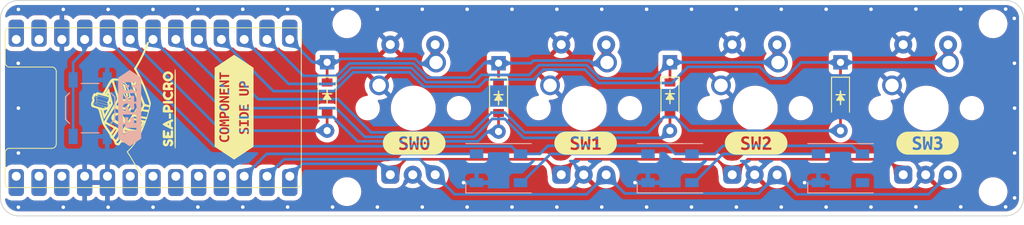
<source format=kicad_pcb>
(kicad_pcb (version 20211014) (generator pcbnew)
  (layers (0 "F.Cu" signal) (31 "B.Cu" signal) (34 "B.Paste" user) (35 "F.Paste" user) (36 "B.SilkS" user "B.Silkscreen") (37 "F.SilkS" user "F.Silkscreen") (38 "B.Mask" user) (39 "F.Mask" user) (44 "Edge.Cuts" user))
  (net 0 "")
  (net 1 "/SW_0_DIODE")
  (net 2 "/SW_1_DIODE")
  (net 3 "/SW_2_DIODE")
  (net 4 "/SW_3")
  (net 5 "+3V3")
  (net 6 "Net-(D4-Pad2)")
  (net 7 "GND")
  (net 8 "/LED")
  (net 9 "Net-(D5-Pad2)")
  (net 11 "Net-(SW1-Pad1)")
  (net 12 "/ENC_A")
  (net 13 "/ENC_B")
  (net 14 "/SW_0")
  (net 15 "/SW_1")
  (net 16 "/SW_2")
  (net 17 "/SW_3_DIODE")
  (footprint "intro-footprints:dual_diode" (layer "F.Cu") (at 138.5 74.99 -90)
    (fp_text reference "D2" hide)
    (fp_text value "1N4148")
  )
  (footprint "intro-footprints:MX_KEYSWITCH_ENCODER" (layer "F.Cu") (at 167.04 80.02)
    (fp_text reference "SW4" hide)
    (fp_text value "RotaryEncoder_Switch")
  )
  (footprint "intro-footprints:MX_KEYSWITCH_ENCODER" (layer "F.Cu") (at 128.94 80.02)
    (fp_text reference "SW2" hide)
    (fp_text value "RotaryEncoder_Switch")
  )
  (footprint "intro-footprints:MX_KEYSWITCH_ENCODER" (layer "F.Cu") (at 147.99 80.02)
    (fp_text reference "SW3" hide)
    (fp_text value "RotaryEncoder_Switch")
  )
  (footprint "MountingHole:MountingHole_2.2mm_M2_DIN965" (layer "F.Cu") (at 121.6 70.6)
    (fp_text reference "H1" hide)
    (fp_text value "M2")
  )
  (footprint "kibuzzard-62DE70E0" (layer "F.Cu") (at 148.2 83.9)
    (fp_text reference "kibuzzard-62DE70E0" hide)
    (fp_text value "G***" hide)
  )
  (footprint "MountingHole:MountingHole_2.2mm_M2_DIN965" (layer "F.Cu") (at 121.6 89.3)
    (fp_text reference "H3" hide)
    (fp_text value "M2")
  )
  (footprint "sea-picro:Sea-Picro_RST_Module_Castellated" (layer "F.Cu") (at 100 80 90)
    (fp_text reference "U1" hide)
    (fp_text value "Sea-Picro-RST")
  )
  (footprint "kibuzzard-62DE7100" (layer "F.Cu") (at 186.3 83.9)
    (fp_text reference "kibuzzard-62DE7100" hide)
    (fp_text value "G***" hide)
  )
  (footprint "kibuzzard-62DE70D8" (layer "F.Cu") (at 129.1 83.9)
    (fp_text reference "kibuzzard-62DE70D8" hide)
    (fp_text value "G***" hide)
  )
  (footprint "intro-footprints:dual_diode" (layer "F.Cu") (at 157.6 74.89 -90)
    (fp_text reference "D3" hide)
    (fp_text value "1N4148")
  )
  (footprint "MountingHole:MountingHole_2.2mm_M2_DIN965" (layer "F.Cu") (at 193.6 89.3)
    (fp_text reference "H2" hide)
    (fp_text value "M2")
  )
  (footprint "kibuzzard-62DE70F4" (layer "F.Cu") (at 167.2 83.9)
    (fp_text reference "kibuzzard-62DE70F4" hide)
    (fp_text value "G***" hide)
  )
  (footprint "intro-footprints:dual_diode" (layer "F.Cu") (at 119.4 74.89 -90)
    (fp_text reference "D1" hide)
    (fp_text value "1N4148")
  )
  (footprint "MountingHole:MountingHole_2.2mm_M2_DIN965" (layer "F.Cu") (at 193.6 70.6)
    (fp_text reference "H4" hide)
    (fp_text value "M2")
  )
  (footprint "intro-footprints:MX_KEYSWITCH_ENCODER" (layer "F.Cu") (at 186.09 80.02)
    (fp_text reference "SW5" hide)
    (fp_text value "RotaryEncoder_Switch")
  )
  (footprint "intro-footprints:dual_diode" (layer "F.Cu") (at 176.6 74.9 -90)
    (fp_text reference "D7" hide)
    (fp_text value "1N4148")
  )
  (footprint "Button_Switch_SMD:SW_SPST_TL3342" (layer "B.Cu") (at 93 80 -90)
    (fp_text reference "SW1" hide)
    (fp_text value "RST")
  )
  (footprint "kibuzzard-62DD1F9A" (layer "B.Cu") (at 97.4 80 -90)
    (fp_text reference "kibuzzard-62DD1F9A" hide)
    (fp_text value "G***" hide)
  )
  (footprint "intro-footprints:LED_WS2812B_PLCC4_5.0x5.0mm_P3.2mm" (layer "B.Cu") (at 176.6 86.7 180)
    (fp_text reference "D6" hide)
    (fp_text value "WS2812B")
  )
  (footprint "intro-footprints:LED_WS2812B_PLCC4_5.0x5.0mm_P3.2mm" (layer "B.Cu") (at 138.5 86.7 180)
    (fp_text reference "D4" hide)
    (fp_text value "WS2812B")
  )
  (footprint "intro-footprints:LED_WS2812B_PLCC4_5.0x5.0mm_P3.2mm" (layer "B.Cu") (at 157.6 86.7 180)
    (fp_text reference "D5" hide)
    (fp_text value "WS2812B")
  )
  (gr_line (start 119.2 78.7) (end 119.5 78.7) (layer "F.SilkS") (width 0.15))
  (gr_line (start 157.3 78.9) (end 157.9 78.9) (layer "F.SilkS") (width 0.15))
  (gr_line (start 157.4 78.8) (end 157.8 78.8) (layer "F.SilkS") (width 0.15))
  (gr_line (start 138 78.5) (end 139 78.5) (layer "F.SilkS") (width 0.15))
  (gr_line (start 157.1 78.4) (end 158.1 78.4) (layer "F.SilkS") (width 0.15))
  (gr_line (start 176.6 78.5) (end 176.2 79.1) (layer "F.SilkS") (width 0.15))
  (gr_line (start 138.2 79) (end 138.8 79) (layer "F.SilkS") (width 0.15))
  (gr_line (start 176.1 78.5) (end 177.1 78.5) (layer "F.SilkS") (width 0.15))
  (gr_line (start 138.5 78.5) (end 138.1 79.1) (layer "F.SilkS") (width 0.15))
  (gr_line (start 158 79) (end 157.6 78.4) (layer "F.SilkS") (width 0.15))
  (gr_line (start 177 79.1) (end 176.6 78.5) (layer "F.SilkS") (width 0.15))
  (gr_line (start 138.3 78.9) (end 138.7 78.9) (layer "F.SilkS") (width 0.15))
  (gr_line (start 138.1 79.1) (end 138.9 79.1) (layer "F.SilkS") (width 0.15))
  (gr_line (start 138.9 79.1) (end 138.5 78.5) (layer "F.SilkS") (width 0.15))
  (gr_line (start 119.2 78.8) (end 119.6 78.8) (layer "F.SilkS") (width 0.15))
  (gr_line (start 138.5 78.1) (end 138.5 79.6) (layer "F.SilkS") (width 0.15))
  (gr_line (start 176.3 79) (end 176.9 79) (layer "F.SilkS") (width 0.15))
  (gr_line (start 176.4 78.8) (end 176.7 78.8) (layer "F.SilkS") (width 0.15))
  (gr_line (start 176.2 79.1) (end 177 79.1) (layer "F.SilkS") (width 0.15))
  (gr_line (start 176.4 78.9) (end 176.8 78.9) (layer "F.SilkS") (width 0.15))
  (gr_line (start 157.2 79) (end 158 79) (layer "F.SilkS") (width 0.15))
  (gr_line (start 176.6 78.1) (end 176.6 79.6) (layer "F.SilkS") (width 0.15))
  (gr_line (start 157.4 78.7) (end 157.7 78.7) (layer "F.SilkS") (width 0.15))
  (gr_line (start 119 79) (end 119.8 79) (layer "F.SilkS") (width 0.15))
  (gr_line (start 119.4 78) (end 119.4 79.5) (layer "F.SilkS") (width 0.15))
  (gr_line (start 119.4 78.4) (end 119 79) (layer "F.SilkS") (width 0.15))
  (gr_line (start 118.9 78.4) (end 119.9 78.4) (layer "F.SilkS") (width 0.15))
  (gr_line (start 138.3 78.8) (end 138.6 78.8) (layer "F.SilkS") (width 0.15))
  (gr_line (start 119.1 78.9) (end 119.7 78.9) (layer "F.SilkS") (width 0.15))
  (gr_line (start 119.8 79) (end 119.4 78.4) (layer "F.SilkS") (width 0.15))
  (gr_line (start 157.6 78.4) (end 157.2 79) (layer "F.SilkS") (width 0.15))
  (gr_line (start 157.6 78) (end 157.6 79.5) (layer "F.SilkS") (width 0.15))
  (gr_line (start 197 70) (end 197 90) (layer "Edge.Cuts") (width 0.1))
  (gr_line (start 85 68) (end 195 68) (layer "Edge.Cuts") (width 0.1))
  (gr_line (start 195 92) (end 85 92) (layer "Edge.Cuts") (width 0.1))
  (gr_arc (start 83 70) (mid 83.585786 68.585786) (end 85 68) (layer "Edge.Cuts") (width 0.1))
  (gr_line (start 83 90) (end 83 70) (layer "Edge.Cuts") (width 0.1))
  (gr_arc (start 197 90) (mid 196.414214 91.414214) (end 195 92) (layer "Edge.Cuts") (width 0.1))
  (gr_arc (start 195 68) (mid 196.414214 68.585786) (end 197 70) (layer "Edge.Cuts") (width 0.1))
  (gr_arc (start 85 92) (mid 83.585786 91.414214) (end 83 90) (layer "Edge.Cuts") (width 0.1))
  (segment (start 119.4 82.51) (end 107.62049 82.51) (width 0.3) (layer "B.Cu") (net 1))
  (segment (start 107.62049 82.51) (end 97.46 72.34951) (width 0.3) (layer "B.Cu") (net 1))
  (segment (start 100 72.34951) (end 108.65049 81) (width 0.3) (layer "B.Cu") (net 2))
  (segment (start 108.65049 81) (end 120.1 81) (width 0.3) (layer "B.Cu") (net 2))
  (segment (start 120.1 81) (end 122.8 83.7) (width 0.3) (layer "B.Cu") (net 2))
  (segment (start 122.8 83.7) (end 136.2 83.7) (width 0.3) (layer "B.Cu") (net 2))
  (segment (start 136.2 83.7) (end 137.29 82.61) (width 0.3) (layer "B.Cu") (net 2))
  (segment (start 137.29 82.61) (end 138.5 82.61) (width 0.3) (layer "B.Cu") (net 2))
  (segment (start 120.4 80) (end 110.19049 80) (width 0.3) (layer "B.Cu") (net 3))
  (segment (start 137.8 81.2) (end 135.799501 83.200499) (width 0.3) (layer "B.Cu") (net 3))
  (segment (start 157.6 82.51) (end 156.800001 83.309999) (width 0.3) (layer "B.Cu") (net 3))
  (segment (start 123.600499 83.200499) (end 120.4 80) (width 0.3) (layer "B.Cu") (net 3))
  (segment (start 141.303598 83.309999) (end 139.193598 81.2) (width 0.3) (layer "B.Cu") (net 3))
  (segment (start 135.799501 83.200499) (end 123.600499 83.200499) (width 0.3) (layer "B.Cu") (net 3))
  (segment (start 156.800001 83.309999) (end 141.303598 83.309999) (width 0.3) (layer "B.Cu") (net 3))
  (segment (start 110.19049 80) (end 102.54 72.34951) (width 0.3) (layer "B.Cu") (net 3))
  (segment (start 139.193598 81.2) (end 137.8 81.2) (width 0.3) (layer "B.Cu") (net 3))
  (segment (start 188.59 74.82) (end 188.69 74.92) (width 0.3) (layer "F.Cu") (net 4))
  (segment (start 188.67 74.9) (end 188.69 74.92) (width 0.3) (layer "F.Cu") (net 4))
  (segment (start 188.59 72.92) (end 188.59 74.82) (width 0.3) (layer "F.Cu") (net 4))
  (segment (start 143.5 75.7) (end 148.1 75.7) (width 0.3) (layer "B.Cu") (net 4))
  (segment (start 149.599502 77.199501) (end 157.800499 77.199501) (width 0.3) (layer "B.Cu") (net 4))
  (segment (start 136.3 77.6) (end 137.1 76.8) (width 0.3) (layer "B.Cu") (net 4))
  (segment (start 120.212804 78.1) (end 122.302804 76.01) (width 0.3) (layer "B.Cu") (net 4))
  (segment (start 157.800499 77.199501) (end 159.6 75.4) (width 0.3) (layer "B.Cu") (net 4))
  (segment (start 107.62 72.34951) (end 107.64951 72.34951) (width 0.3) (layer "B.Cu") (net 4))
  (segment (start 176.6 74.9) (end 188.67 74.9) (width 0.3) (layer "B.Cu") (net 4))
  (segment (start 168.9 76.7) (end 170.4 76.7) (width 0.3) (layer "B.Cu") (net 4))
  (segment (start 137.1 76.8) (end 142.4 76.8) (width 0.3) (layer "B.Cu") (net 4))
  (segment (start 130.179798 77.599002) (end 130.699002 77.599002) (width 0.3) (layer "B.Cu") (net 4))
  (segment (start 130.7 77.6) (end 136.3 77.6) (width 0.3) (layer "B.Cu") (net 4))
  (segment (start 167.6 75.4) (end 168.9 76.7) (width 0.3) (layer "B.Cu") (net 4))
  (segment (start 122.302804 76.01) (end 128.590796 76.01) (width 0.3) (layer "B.Cu") (net 4))
  (segment (start 130.699002 77.599002) (end 130.7 77.6) (width 0.3) (layer "B.Cu") (net 4))
  (segment (start 128.590796 76.01) (end 130.179798 77.599002) (width 0.3) (layer "B.Cu") (net 4))
  (segment (start 107.64951 72.34951) (end 113.4 78.1) (width 0.3) (layer "B.Cu") (net 4))
  (segment (start 172.2 74.9) (end 176.6 74.9) (width 0.3) (layer "B.Cu") (net 4))
  (segment (start 113.4 78.1) (end 120.212804 78.1) (width 0.3) (layer "B.Cu") (net 4))
  (segment (start 159.6 75.4) (end 167.6 75.4) (width 0.3) (layer "B.Cu") (net 4))
  (segment (start 188.67 74.9) (end 188.69 74.92) (width 0.3) (layer "B.Cu") (net 4))
  (segment (start 170.4 76.7) (end 172.2 74.9) (width 0.3) (layer "B.Cu") (net 4))
  (segment (start 148.1 75.7) (end 149.599502 77.199501) (width 0.3) (layer "B.Cu") (net 4))
  (segment (start 142.4 76.8) (end 143.5 75.7) (width 0.3) (layer "B.Cu") (net 4))
  (segment (start 139.925 84.25) (end 140.775 85.1) (width 0.3) (layer "B.Cu") (net 5))
  (segment (start 163.5 84.2) (end 177.9 84.2) (width 0.3) (layer "B.Cu") (net 5))
  (segment (start 160.05 85.1) (end 162.6 85.1) (width 0.3) (layer "B.Cu") (net 5))
  (segment (start 144 84.2) (end 157.3 84.2) (width 0.3) (layer "B.Cu") (net 5))
  (segment (start 140.95 85.1) (end 143.1 85.1) (width 0.3) (layer "B.Cu") (net 5))
  (segment (start 140.775 85.1) (end 140.95 85.1) (width 0.3) (layer "B.Cu") (net 5))
  (segment (start 158.2 85.1) (end 160.05 85.1) (width 0.3) (layer "B.Cu") (net 5))
  (segment (start 94.92 72.34951) (end 106.82049 84.25) (width 0.3) (layer "B.Cu") (net 5))
  (segment (start 143.1 85.1) (end 144 84.2) (width 0.3) (layer "B.Cu") (net 5))
  (segment (start 162.6 85.1) (end 163.5 84.2) (width 0.3) (layer "B.Cu") (net 5))
  (segment (start 106.82049 84.25) (end 139.925 84.25) (width 0.3) (layer "B.Cu") (net 5))
  (segment (start 157.3 84.2) (end 158.2 85.1) (width 0.3) (layer "B.Cu") (net 5))
  (segment (start 178.8 85.1) (end 179.05 85.1) (width 0.3) (layer "B.Cu") (net 5))
  (segment (start 177.9 84.2) (end 178.8 85.1) (width 0.3) (layer "B.Cu") (net 5))
  (segment (start 144.3 85.1) (end 155.15 85.1) (width 0.3) (layer "B.Cu") (net 6))
  (segment (start 141.1 88.3) (end 144.3 85.1) (width 0.3) (layer "B.Cu") (net 6))
  (segment (start 140.95 88.3) (end 141.1 88.3) (width 0.3) (layer "B.Cu") (net 6))
  (via (at 175 91.018877) (size 0.8) (drill 0.4) (layers "F.Cu" "B.Cu") (net 7))
  (via (at 120 68.981123) (size 0.8) (drill 0.4) (layers "F.Cu" "B.Cu") (net 7))
  (via (at 155 68.981123) (size 0.8) (drill 0.4) (layers "F.Cu" "B.Cu") (net 7))
  (via (at 115 91.018877) (size 0.8) (drill 0.4) (layers "F.Cu" "B.Cu") (net 7))
  (via (at 165 68.981123) (size 0.8) (drill 0.4) (layers "F.Cu" "B.Cu") (net 7))
  (via (at 145 68.981123) (size 0.8) (drill 0.4) (layers "F.Cu" "B.Cu") (net 7))
  (via (at 85 85) (size 0.8) (drill 0.4) (layers "F.Cu" "B.Cu") (net 7))
  (via (at 100 91.037754) (size 0.8) (drill 0.4) (layers "F.Cu" "B.Cu") (net 7))
  (via (at 134.6 88.3) (size 0.8) (drill 0.4) (layers "F.Cu" "B.Cu") (net 7))
  (via (at 190 91) (size 0.8) (drill 0.4) (layers "F.Cu" "B.Cu") (net 7))
  (via (at 150 68.981123) (size 0.8) (drill 0.4) (layers "F.Cu" "B.Cu") (net 7))
  (via (at 85 69) (size 0.8) (drill 0.4) (layers "F.Cu" "B.Cu") (net 7))
  (via (at 195.962246 70) (size 0.8) (drill 0.4) (layers "F.Cu" "B.Cu") (net 7))
  (via (at 85 80) (size 0.8) (drill 0.4) (layers "F.Cu" "B.Cu") (net 7))
  (via (at 85 91.037754) (size 0.8) (drill 0.4) (layers "F.Cu" "B.Cu") (net 7))
  (via (at 95 69) (size 0.8) (drill 0.4) (layers "F.Cu" "B.Cu") (net 7))
  (via (at 95 91.037754) (size 0.8) (drill 0.4) (layers "F.Cu" "B.Cu") (net 7))
  (via (at 140 68.981123) (size 0.8) (drill 0.4) (layers "F.Cu" "B.Cu") (net 7))
  (via (at 195 68.962246) (size 0.8) (drill 0.4) (layers "F.Cu" "B.Cu") (net 7))
  (via (at 175 68.981123) (size 0.8) (drill 0.4) (layers "F.Cu" "B.Cu") (net 7))
  (via (at 150 91.018877) (size 0.8) (drill 0.4) (layers "F.Cu" "B.Cu") (net 7))
  (via (at 195.981123 75) (size 0.8) (drill 0.4) (layers "F.Cu" "B.Cu") (net 7))
  (via (at 115 68.981123) (size 0.8) (drill 0.4) (layers "F.Cu" "B.Cu") (net 7))
  (via (at 135 91.018877) (size 0.8) (drill 0.4) (layers "F.Cu" "B.Cu") (net 7))
  (via (at 90 91.037754) (size 0.8) (drill 0.4) (layers "F.Cu" "B.Cu") (net 7))
  (via (at 110 68.981123) (size 0.8) (drill 0.4) (layers "F.Cu" "B.Cu") (net 7))
  (via (at 105 91.018877) (size 0.8) (drill 0.4) (layers "F.Cu" "B.Cu") (net 7))
  (via (at 125 91.018877) (size 0.8) (drill 0.4) (layers "F.Cu" "B.Cu") (net 7))
  (via (at 130 68.981123) (size 0.8) (drill 0.4) (layers "F.Cu" "B.Cu") (net 7))
  (via (at 172.6 88.3) (size 0.8) (drill 0.4) (layers "F.Cu" "B.Cu") (net 7))
  (via (at 185 91) (size 0.8) (drill 0.4) (layers "F.Cu" "B.Cu") (net 7))
  (via (at 110 91.018877) (size 0.8) (drill 0.4) (layers "F.Cu" "B.Cu") (net 7))
  (via (at 180 91.018877) (size 0.8) (drill 0.4) (layers "F.Cu" "B.Cu") (net 7))
  (via (at 170 91.018877) (size 0.8) (drill 0.4) (layers "F.Cu" "B.Cu") (net 7))
  (via (at 125 68.981123) (size 0.8) (drill 0.4) (layers "F.Cu" "B.Cu") (net 7))
  (via (at 160 91.018877) (size 0.8) (drill 0.4) (layers "F.Cu" "B.Cu") (net 7))
  (via (at 105 68.981123) (size 0.8) (drill 0.4) (layers "F.Cu" "B.Cu") (net 7))
  (via (at 190 68.962246) (size 0.8) (drill 0.4) (layers "F.Cu" "B.Cu") (net 7))
  (via (at 153.7 88.3) (size 0.8) (drill 0.4) (layers "F.Cu" "B.Cu") (net 7))
  (via (at 145 91.018877) (size 0.8) (drill 0.4) (layers "F.Cu" "B.Cu") (net 7))
  (via (at 100 69) (size 0.8) (drill 0.4) (layers "F.Cu" "B.Cu") (net 7))
  (via (at 196 90) (size 0.8) (drill 0.4) (layers "F.Cu" "B.Cu") (net 7))
  (via (at 84.981123 75) (size 0.8) (drill 0.4) (layers "F.Cu" "B.Cu") (net 7))
  (via (at 120 91.018877) (size 0.8) (drill 0.4) (layers "F.Cu" "B.Cu") (net 7))
  (via (at 140 91.018877) (size 0.8) (drill 0.4) (layers "F.Cu" "B.Cu") (net 7))
  (via (at 155 91.018877) (size 0.8) (drill 0.4) (layers "F.Cu" "B.Cu") (net 7))
  (via (at 180 68.981123) (size 0.8) (drill 0.4) (layers "F.Cu" "B.Cu") (net 7))
  (via (at 90 69) (size 0.8) (drill 0.4) (layers "F.Cu" "B.Cu") (net 7))
  (via (at 185 68.962246) (size 0.8) (drill 0.4) (layers "F.Cu" "B.Cu") (net 7))
  (via (at 196 80) (size 0.8) (drill 0.4) (layers "F.Cu" "B.Cu") (net 7))
  (via (at 195 91) (size 0.8) (drill 0.4) (layers "F.Cu" "B.Cu") (net 7))
  (via (at 196 85) (size 0.8) (drill 0.4) (layers "F.Cu" "B.Cu") (net 7))
  (via (at 135 68.981123) (size 0.8) (drill 0.4) (layers "F.Cu" "B.Cu") (net 7))
  (via (at 170 68.981123) (size 0.8) (drill 0.4) (layers "F.Cu" "B.Cu") (net 7))
  (via (at 130 91.018877) (size 0.8) (drill 0.4) (layers "F.Cu" "B.Cu") (net 7))
  (via (at 160 68.981123) (size 0.8) (drill 0.4) (layers "F.Cu" "B.Cu") (net 7))
  (via (at 165 91.018877) (size 0.8) (drill 0.4) (layers "F.Cu" "B.Cu") (net 7))
  (segment (start 155.15 88.3) (end 153.7 88.3) (width 0.3) (layer "B.Cu") (net 7))
  (segment (start 136.05 88.3) (end 134.6 88.3) (width 0.3) (layer "B.Cu") (net 7))
  (segment (start 174.15 88.3) (end 172.6 88.3) (width 0.3) (layer "B.Cu") (net 7))
  (segment (start 112.64951 85.1) (end 110.16 87.58951) (width 0.3) (layer "B.Cu") (net 8))
  (segment (start 136.05 85.1) (end 112.64951 85.1) (width 0.3) (layer "B.Cu") (net 8))
  (segment (start 163.5 85.1) (end 174.15 85.1) (width 0.3) (layer "B.Cu") (net 9))
  (segment (start 160.05 88.3) (end 160.3 88.3) (width 0.3) (layer "B.Cu") (net 9))
  (segment (start 160.3 88.3) (end 163.5 85.1) (width 0.3) (layer "B.Cu") (net 9))
  (segment (start 91.1 74.9) (end 92.38 73.62) (width 0.3) (layer "B.Cu") (net 11))
  (segment (start 91.1 76.85) (end 91.1 74.9) (width 0.3) (layer "B.Cu") (net 11))
  (segment (start 92.38 73.62) (end 92.38 72.34951) (width 0.3) (layer "B.Cu") (net 11))
  (segment (start 91.1 83.15) (end 91.1 76.85) (width 0.3) (layer "B.Cu") (net 11))
  (segment (start 145.49 87.31) (end 147.1 85.7) (width 0.3) (layer "F.Cu") (net 12))
  (segment (start 164.54 87.42) (end 166.26 85.7) (width 0.3) (layer "F.Cu") (net 12))
  (segment (start 166.26 85.7) (end 181.87 85.7) (width 0.3) (layer "F.Cu") (net 12))
  (segment (start 128.16 85.7) (end 143.77 85.7) (width 0.3) (layer "F.Cu") (net 12))
  (segment (start 147.1 85.7) (end 162.82 85.7) (width 0.3) (layer "F.Cu") (net 12))
  (segment (start 143.77 85.7) (end 145.49 87.42) (width 0.3) (layer "F.Cu") (net 12))
  (segment (start 145.49 87.42) (end 145.49 87.31) (width 0.3) (layer "F.Cu") (net 12))
  (segment (start 181.87 85.7) (end 183.59 87.42) (width 0.3) (layer "F.Cu") (net 12))
  (segment (start 162.82 85.7) (end 164.54 87.42) (width 0.3) (layer "F.Cu") (net 12))
  (segment (start 126.44 87.42) (end 128.16 85.7) (width 0.3) (layer "F.Cu") (net 12))
  (segment (start 116.6 86.2) (end 115.24 87.56) (width 0.3) (layer "B.Cu") (net 12))
  (segment (start 115.24 87.56) (end 115.24 87.58951) (width 0.3) (layer "B.Cu") (net 12))
  (segment (start 125.22 86.2) (end 116.6 86.2) (width 0.3) (layer "B.Cu") (net 12))
  (segment (start 126.44 87.42) (end 125.22 86.2) (width 0.3) (layer "B.Cu") (net 12))
  (segment (start 188.59 87.42) (end 186.41 89.6) (width 0.3) (layer "B.Cu") (net 13))
  (segment (start 112.7 87.58951) (end 114.58951 85.7) (width 0.3) (layer "B.Cu") (net 13))
  (segment (start 150.49 87.42) (end 148.31 89.6) (width 0.3) (layer "B.Cu") (net 13))
  (segment (start 114.58951 85.7) (end 129.72 85.7) (width 0.3) (layer "B.Cu") (net 13))
  (segment (start 148.31 89.6) (end 133.62 89.6) (width 0.3) (layer "B.Cu") (net 13))
  (segment (start 152.57 89.5) (end 150.49 87.42) (width 0.3) (layer "B.Cu") (net 13))
  (segment (start 133.62 89.6) (end 131.44 87.42) (width 0.3) (layer "B.Cu") (net 13))
  (segment (start 129.72 85.7) (end 131.44 87.42) (width 0.3) (layer "B.Cu") (net 13))
  (segment (start 167.46 89.5) (end 152.57 89.5) (width 0.3) (layer "B.Cu") (net 13))
  (segment (start 171.72 89.6) (end 169.54 87.42) (width 0.3) (layer "B.Cu") (net 13))
  (segment (start 169.54 87.42) (end 167.46 89.5) (width 0.3) (layer "B.Cu") (net 13))
  (segment (start 186.41 89.6) (end 171.72 89.6) (width 0.3) (layer "B.Cu") (net 13))
  (segment (start 131.44 72.92) (end 131.44 74.82) (width 0.3) (layer "F.Cu") (net 14))
  (segment (start 131.51 74.89) (end 131.54 74.92) (width 0.3) (layer "F.Cu") (net 14))
  (segment (start 131.44 74.82) (end 131.54 74.92) (width 0.3) (layer "F.Cu") (net 14))
  (segment (start 115.24 72.34951) (end 115.24951 72.34951) (width 0.3) (layer "B.Cu") (net 14))
  (segment (start 115.24951 72.34951) (end 117.79 74.89) (width 0.3) (layer "B.Cu") (net 14))
  (segment (start 120.9 74.5) (end 120.51 74.89) (width 0.3) (layer "B.Cu") (net 14))
  (segment (start 117.79 74.89) (end 119.4 74.89) (width 0.3) (layer "B.Cu") (net 14))
  (segment (start 131.36 75.1) (end 129.8 75.1) (width 0.3) (layer "B.Cu") (net 14))
  (segment (start 120.51 74.89) (end 119.4 74.89) (width 0.3) (layer "B.Cu") (net 14))
  (segment (start 131.54 74.92) (end 131.36 75.1) (width 0.3) (layer "B.Cu") (net 14))
  (segment (start 129.2 74.5) (end 120.9 74.5) (width 0.3) (layer "B.Cu") (net 14))
  (segment (start 129.8 75.1) (end 129.2 74.5) (width 0.3) (layer "B.Cu") (net 14))
  (segment (start 150.49 72.92) (end 150.49 74.82) (width 0.3) (layer "F.Cu") (net 15))
  (segment (start 148.6 74.7) (end 149.1 75.2) (width 0.3) (layer "B.Cu") (net 15))
  (segment (start 129.599502 75.599501) (end 130.6 76.6) (width 0.3) (layer "B.Cu") (net 15))
  (segment (start 136.91 74.99) (end 138.5 74.99) (width 0.3) (layer "B.Cu") (net 15))
  (segment (start 116.75049 76.4) (end 120.5 76.4) (width 0.3) (layer "B.Cu") (net 15))
  (segment (start 138.5 74.99) (end 142.11 74.99) (width 0.3) (layer "B.Cu") (net 15))
  (segment (start 130.6 76.6) (end 135.3 76.6) (width 0.3) (layer "B.Cu") (net 15))
  (segment (start 129.5931 75.599501) (end 129.599502 75.599501) (width 0.3) (layer "B.Cu") (net 15))
  (segment (start 121.889001 75.010999) (end 129.004597 75.010999) (width 0.3) (layer "B.Cu") (net 15))
  (segment (start 129.004597 75.010999) (end 129.5931 75.599501) (width 0.3) (layer "B.Cu") (net 15))
  (segment (start 112.7 72.34951) (end 116.75049 76.4) (width 0.3) (layer "B.Cu") (net 15))
  (segment (start 142.11 74.99) (end 142.4 74.7) (width 0.3) (layer "B.Cu") (net 15))
  (segment (start 142.4 74.7) (end 148.6 74.7) (width 0.3) (layer "B.Cu") (net 15))
  (segment (start 135.3 76.6) (end 136.91 74.99) (width 0.3) (layer "B.Cu") (net 15))
  (segment (start 120.5 76.4) (end 121.889001 75.010999) (width 0.3) (layer "B.Cu") (net 15))
  (segment (start 149.1 75.2) (end 150.31 75.2) (width 0.3) (layer "B.Cu") (net 15))
  (segment (start 169.54 72.92) (end 169.54 74.82) (width 0.3) (layer "F.Cu") (net 16))
  (segment (start 169.54 74.82) (end 169.64 74.92) (width 0.3) (layer "F.Cu") (net 16))
  (segment (start 169.61 74.89) (end 169.64 74.92) (width 0.3) (layer "F.Cu") (net 16))
  (segment (start 169.61 74.89) (end 169.64 74.92) (width 0.3) (layer "B.Cu") (net 16))
  (segment (start 130.905903 77.099501) (end 130.906402 77.1) (width 0.3) (layer "B.Cu") (net 16))
  (segment (start 128.797696 75.510499) (end 129.386201 76.099002) (width 0.3) (layer "B.Cu") (net 16))
  (segment (start 130.906402 77.1) (end 135.793598 77.1) (width 0.3) (layer "B.Cu") (net 16))
  (segment (start 115.11049 77.3) (end 120.306403 77.3) (width 0.3) (layer "B.Cu") (net 16))
  (segment (start 141.9 76.3) (end 142.999501 75.200499) (width 0.3) (layer "B.Cu") (net 16))
  (segment (start 122.095904 75.510499) (end 128.797696 75.510499) (width 0.3) (layer "B.Cu") (net 16))
  (segment (start 148.306901 75.200499) (end 149.806402 76.7) (width 0.3) (layer "B.Cu") (net 16))
  (segment (start 157.6 74.89) (end 169.61 74.89) (width 0.3) (layer "B.Cu") (net 16))
  (segment (start 142.999501 75.200499) (end 148.306901 75.200499) (width 0.3) (layer "B.Cu") (net 16))
  (segment (start 135.793598 77.1) (end 136.593598 76.3) (width 0.3) (layer "B.Cu") (net 16))
  (segment (start 110.16 72.34951) (end 115.11049 77.3) (width 0.3) (layer "B.Cu") (net 16))
  (segment (start 130.3931 77.099501) (end 130.905903 77.099501) (width 0.3) (layer "B.Cu") (net 16))
  (segment (start 129.392602 76.099002) (end 130.3931 77.099501) (width 0.3) (layer "B.Cu") (net 16))
  (segment (start 136.593598 76.3) (end 141.9 76.3) (width 0.3) (layer "B.Cu") (net 16))
  (segment (start 155.79 76.7) (end 157.6 74.89) (width 0.3) (layer "B.Cu") (net 16))
  (segment (start 149.806402 76.7) (end 155.79 76.7) (width 0.3) (layer "B.Cu") (net 16))
  (segment (start 129.386201 76.099002) (end 129.392602 76.099002) (width 0.3) (layer "B.Cu") (net 16))
  (segment (start 120.306403 77.3) (end 122.095904 75.510499) (width 0.3) (layer "B.Cu") (net 16))
  (segment (start 156.9 81) (end 155.2 82.7) (width 0.3) (layer "B.Cu") (net 17))
  (segment (start 155.2 82.7) (end 141.4 82.7) (width 0.3) (layer "B.Cu") (net 17))
  (segment (start 159.72 82.52) (end 158.2 81) (width 0.3) (layer "B.Cu") (net 17))
  (segment (start 141.4 82.7) (end 139.2 80.5) (width 0.3) (layer "B.Cu") (net 17))
  (segment (start 135.499002 82.700998) (end 124.300998 82.700998) (width 0.3) (layer "B.Cu") (net 17))
  (segment (start 111.73049 79) (end 105.08 72.34951) (width 0.3) (layer "B.Cu") (net 17))
  (segment (start 176.6 82.52) (end 159.72 82.52) (width 0.3) (layer "B.Cu") (net 17))
  (segment (start 120.6 79) (end 111.73049 79) (width 0.3) (layer "B.Cu") (net 17))
  (segment (start 124.300998 82.700998) (end 120.6 79) (width 0.3) (layer "B.Cu") (net 17))
  (segment (start 139.2 80.5) (end 137.7 80.5) (width 0.3) (layer "B.Cu") (net 17))
  (segment (start 137.7 80.5) (end 135.499002 82.700998) (width 0.3) (layer "B.Cu") (net 17))
  (segment (start 158.2 81) (end 156.9 81) (width 0.3) (layer "B.Cu") (net 17))
  (zone (net 16) (net_name "/SW_2") (layer "F.Cu") (priority 16962) (connect_pads yes (clearance 0)) (min_thickness 0.0254) (fill yes (thermal_gap 0.508) (thermal_bridge_width 0.508))
    (polygon (pts (xy 169.716776 74.784645) (xy 169.591132 74.624227) (xy 169.545018 74.479685) (xy 169.565108 74.346525) (xy 169.638075 74.220258) (xy 169.750592 74.096392) (xy 169.889333 73.970436) (xy 170.040971 73.837899) (xy 170.192179 73.694289) (xy 170.329631 73.535116) (xy 170.44 73.355889) (xy 169.54 72.42) (xy 168.832894 73.627106) (xy 168.952784 73.766538) (xy 169.033724 73.900519) (xy 169.085926 74.030889) (xy 169.119605 74.159484) (xy 169.144974 74.288145) (xy 169.172246 74.418709) (xy 169.211636 74.553016) (xy 169.273356 74.692903) (xy 169.367621 74.84021) (xy 169.504645 74.996776)))
  )
  (zone (net 4) (net_name "/SW_3") (layer "F.Cu") (priority 16962) (connect_pads yes (clearance 0)) (min_thickness 0.0254) (fill yes (thermal_gap 0.508) (thermal_bridge_width 0.508))
    (polygon (pts (xy 188.44 72.92) (xy 188.430361 73.129814) (xy 188.402847 73.309325) (xy 188.359562 73.463788) (xy 188.302606 73.59846) (xy 188.234085 73.7186) (xy 188.156099 73.829465) (xy 188.070752 73.93631) (xy 187.980148 74.044395) (xy 187.886388 74.158975) (xy 187.791576 74.285309) (xy 188.739794 75.467741) (xy 189.459243 74.133703) (xy 189.350461 74.032044) (xy 189.244363 73.938157) (xy 189.143015 73.847483) (xy 189.048481 73.755466) (xy 188.962826 73.65755) (xy 188.888115 73.549178) (xy 188.826411 73.425794) (xy 188.779781 73.28284) (xy 188.750289 73.115761) (xy 188.74 72.92)))
  )
  (zone (net 12) (net_name "/ENC_A") (layer "F.Cu") (priority 16962) (connect_pads yes (clearance 0)) (min_thickness 0.0254) (fill yes (thermal_gap 0.508) (thermal_bridge_width 0.508))
    (polygon (pts (xy 146.741578 85.84629) (xy 146.561954 86.008983) (xy 146.397342 86.125909) (xy 146.243311 86.206153) (xy 146.095434 86.258796) (xy 145.949282 86.292924) (xy 145.800427 86.317619) (xy 145.644439 86.341965) (xy 145.476892 86.375046) (xy 145.293356 86.425945) (xy 145.089403 86.503746) (xy 145.164994 87.799961) (xy 146.457265 87.673768) (xy 146.501008 87.469432) (xy 146.524189 87.28621) (xy 146.53501 87.119751) (xy 146.541674 86.965704) (xy 146.552383 86.819718) (xy 146.575341 86.677443) (xy 146.61875 86.534526) (xy 146.690812 86.386618) (xy 146.799731 86.229366) (xy 146.95371 86.058422)))
  )
  (zone (net 4) (net_name "/SW_3") (layer "F.Cu") (priority 16962) (connect_pads yes (clearance 0)) (min_thickness 0.0254) (fill yes (thermal_gap 0.508) (thermal_bridge_width 0.508))
    (polygon (pts (xy 188.766776 74.784645) (xy 188.641132 74.624227) (xy 188.595018 74.479685) (xy 188.615108 74.346525) (xy 188.688075 74.220258) (xy 188.800592 74.096392) (xy 188.939333 73.970436) (xy 189.090971 73.837899) (xy 189.242179 73.694289) (xy 189.379631 73.535116) (xy 189.49 73.355889) (xy 188.59 72.42) (xy 187.882894 73.627106) (xy 188.002784 73.766538) (xy 188.083724 73.900519) (xy 188.135926 74.030889) (xy 188.169605 74.159484) (xy 188.194974 74.288145) (xy 188.222246 74.418709) (xy 188.261636 74.553016) (xy 188.323356 74.692903) (xy 188.417621 74.84021) (xy 188.554645 74.996776)))
  )
  (zone (net 14) (net_name "/SW_0") (layer "F.Cu") (priority 16962) (connect_pads yes (clearance 0)) (min_thickness 0.0254) (fill yes (thermal_gap 0.508) (thermal_bridge_width 0.508))
    (polygon (pts (xy 131.616776 74.784645) (xy 131.491132 74.624227) (xy 131.445018 74.479685) (xy 131.465108 74.346525) (xy 131.538075 74.220258) (xy 131.650592 74.096392) (xy 131.789333 73.970436) (xy 131.940971 73.837899) (xy 132.092179 73.694289) (xy 132.229631 73.535116) (xy 132.34 73.355889) (xy 131.44 72.42) (xy 130.732894 73.627106) (xy 130.852784 73.766538) (xy 130.933724 73.900519) (xy 130.985926 74.030889) (xy 131.019605 74.159484) (xy 131.044974 74.288145) (xy 131.072246 74.418709) (xy 131.111636 74.553016) (xy 131.173356 74.692903) (xy 131.267621 74.84021) (xy 131.404645 74.996776)))
  )
  (zone (net 14) (net_name "/SW_0") (layer "F.Cu") (priority 16962) (connect_pads yes (clearance 0)) (min_thickness 0.0254) (fill yes (thermal_gap 0.508) (thermal_bridge_width 0.508))
    (polygon (pts (xy 131.29 72.92) (xy 131.280361 73.129814) (xy 131.252847 73.309325) (xy 131.209562 73.463788) (xy 131.152606 73.59846) (xy 131.084085 73.7186) (xy 131.006099 73.829465) (xy 130.920752 73.93631) (xy 130.830148 74.044395) (xy 130.736388 74.158975) (xy 130.641576 74.285309) (xy 131.589794 75.467741) (xy 132.309243 74.133703) (xy 132.200461 74.032044) (xy 132.094363 73.938157) (xy 131.993015 73.847483) (xy 131.898481 73.755466) (xy 131.812826 73.65755) (xy 131.738115 73.549178) (xy 131.676411 73.425794) (xy 131.629781 73.28284) (xy 131.600289 73.115761) (xy 131.59 72.92)))
  )
  (zone (net 15) (net_name "/SW_1") (layer "F.Cu") (priority 16962) (connect_pads yes (clearance 0)) (min_thickness 0.0254) (fill yes (thermal_gap 0.508) (thermal_bridge_width 0.508))
    (polygon (pts (xy 150.64 74.81) (xy 150.649891 74.605395) (xy 150.678169 74.433486) (xy 150.72274 74.288021) (xy 150.781509 74.16275) (xy 150.852381 74.051422) (xy 150.933263 73.947785) (xy 151.02206 73.845589) (xy 151.116678 73.738582) (xy 151.215023 73.620513) (xy 151.315 73.485132) (xy 150.49 72.42) (xy 149.665 73.485132) (xy 149.764976 73.620513) (xy 149.863321 73.738582) (xy 149.957939 73.845589) (xy 150.046736 73.947785) (xy 150.127618 74.051422) (xy 150.19849 74.16275) (xy 150.257259 74.288021) (xy 150.30183 74.433486) (xy 150.330108 74.605395) (xy 150.34 74.81)))
  )
  (zone (net 12) (net_name "/ENC_A") (layer "F.Cu") (priority 16962) (connect_pads yes (clearance 0)) (min_thickness 0.0254) (fill yes (thermal_gap 0.508) (thermal_bridge_width 0.508))
    (polygon (pts (xy 163.026793 86.118925) (xy 163.184221 86.29338) (xy 163.296219 86.453607) (xy 163.371441 86.603979) (xy 163.418545 86.748871) (xy 163.446185 86.89266) (xy 163.463017 87.039719) (xy 163.477697 87.194425) (xy 163.498881 87.361153) (xy 163.535224 87.544278) (xy 163.595384 87.748175) (xy 164.893553 87.773553) (xy 164.868175 86.475384) (xy 164.664278 86.415224) (xy 164.481153 86.378881) (xy 164.314425 86.357697) (xy 164.159719 86.343017) (xy 164.01266 86.326185) (xy 163.868871 86.298545) (xy 163.723979 86.251441) (xy 163.573607 86.176219) (xy 163.41338 86.064221) (xy 163.238925 85.906793)))
  )
  (zone (net 15) (net_name "/SW_1") (layer "F.Cu") (priority 16962) (connect_pads yes (clearance 0)) (min_thickness 0.0254) (fill yes (thermal_gap 0.508) (thermal_bridge_width 0.508))
    (polygon (pts (xy 150.34 72.92) (xy 150.330361 73.129814) (xy 150.302847 73.309325) (xy 150.259562 73.463788) (xy 150.202606 73.59846) (xy 150.134085 73.7186) (xy 150.056099 73.829465) (xy 149.970752 73.93631) (xy 149.880148 74.044395) (xy 149.786388 74.158975) (xy 149.691576 74.285309) (xy 150.639794 75.467741) (xy 151.359243 74.133703) (xy 151.250461 74.032044) (xy 151.144363 73.938157) (xy 151.043015 73.847483) (xy 150.948481 73.755466) (xy 150.862826 73.65755) (xy 150.788115 73.549178) (xy 150.726411 73.425794) (xy 150.679781 73.28284) (xy 150.650289 73.115761) (xy 150.64 72.92)))
  )
  (zone (net 12) (net_name "/ENC_A") (layer "F.Cu") (priority 16962) (connect_pads yes (clearance 0)) (min_thickness 0.0254) (fill yes (thermal_gap 0.508) (thermal_bridge_width 0.508))
    (polygon (pts (xy 143.976793 86.118925) (xy 144.134221 86.29338) (xy 144.246219 86.453607) (xy 144.321441 86.603979) (xy 144.368545 86.748871) (xy 144.396185 86.89266) (xy 144.413017 87.039719) (xy 144.427697 87.194425) (xy 144.448881 87.361153) (xy 144.485224 87.544278) (xy 144.545384 87.748175) (xy 145.843553 87.773553) (xy 145.818175 86.475384) (xy 145.614278 86.415224) (xy 145.431153 86.378881) (xy 145.264425 86.357697) (xy 145.109719 86.343017) (xy 144.96266 86.326185) (xy 144.818871 86.298545) (xy 144.673979 86.251441) (xy 144.523607 86.176219) (xy 144.36338 86.064221) (xy 144.188925 85.906793)))
  )
  (zone (net 12) (net_name "/ENC_A") (layer "F.Cu") (priority 16962) (connect_pads yes (clearance 0)) (min_thickness 0.0254) (fill yes (thermal_gap 0.508) (thermal_bridge_width 0.508))
    (polygon (pts (xy 165.841075 85.906793) (xy 165.666619 86.064221) (xy 165.506392 86.176219) (xy 165.35602 86.251441) (xy 165.211128 86.298545) (xy 165.067339 86.326185) (xy 164.92028 86.343017) (xy 164.765574 86.357697) (xy 164.598846 86.378881) (xy 164.415721 86.415224) (xy 164.211825 86.475384) (xy 164.186447 87.773553) (xy 165.484616 87.748175) (xy 165.544775 87.544278) (xy 165.581118 87.361153) (xy 165.602302 87.194425) (xy 165.616982 87.039719) (xy 165.633814 86.89266) (xy 165.661454 86.748871) (xy 165.708558 86.603979) (xy 165.78378 86.453607) (xy 165.895778 86.29338) (xy 166.053207 86.118925)))
  )
  (zone (net 16) (net_name "/SW_2") (layer "F.Cu") (priority 16962) (connect_pads yes (clearance 0)) (min_thickness 0.0254) (fill yes (thermal_gap 0.508) (thermal_bridge_width 0.508))
    (polygon (pts (xy 169.39 72.92) (xy 169.380361 73.129814) (xy 169.352847 73.309325) (xy 169.309562 73.463788) (xy 169.252606 73.59846) (xy 169.184085 73.7186) (xy 169.106099 73.829465) (xy 169.020752 73.93631) (xy 168.930148 74.044395) (xy 168.836388 74.158975) (xy 168.741576 74.285309) (xy 169.689794 75.467741) (xy 170.409243 74.133703) (xy 170.300461 74.032044) (xy 170.194363 73.938157) (xy 170.093015 73.847483) (xy 169.998481 73.755466) (xy 169.912826 73.65755) (xy 169.838115 73.549178) (xy 169.776411 73.425794) (xy 169.729781 73.28284) (xy 169.700289 73.115761) (xy 169.69 72.92)))
  )
  (zone (net 12) (net_name "/ENC_A") (layer "F.Cu") (priority 16962) (connect_pads yes (clearance 0)) (min_thickness 0.0254) (fill yes (thermal_gap 0.508) (thermal_bridge_width 0.508))
    (polygon (pts (xy 127.741075 85.906793) (xy 127.566619 86.064221) (xy 127.406392 86.176219) (xy 127.25602 86.251441) (xy 127.111128 86.298545) (xy 126.967339 86.326185) (xy 126.82028 86.343017) (xy 126.665574 86.357697) (xy 126.498846 86.378881) (xy 126.315721 86.415224) (xy 126.111825 86.475384) (xy 126.086447 87.773553) (xy 127.384616 87.748175) (xy 127.444775 87.544278) (xy 127.481118 87.361153) (xy 127.502302 87.194425) (xy 127.516982 87.039719) (xy 127.533814 86.89266) (xy 127.561454 86.748871) (xy 127.608558 86.603979) (xy 127.68378 86.453607) (xy 127.795778 86.29338) (xy 127.953207 86.118925)))
  )
  (zone (net 7) (net_name "GND") (layers F&B.Cu) (connect_pads (clearance 0.508)) (min_thickness 0.254) (fill yes (thermal_gap 0.508) (thermal_bridge_width 0.508))
    (polygon (pts (xy 197 92) (xy 83 92) (xy 83 68) (xy 197 68)))
  )
  (zone (net 12) (net_name "/ENC_A") (layer "F.Cu") (priority 16962) (connect_pads yes (clearance 0)) (min_thickness 0.0254) (fill yes (thermal_gap 0.508) (thermal_bridge_width 0.508))
    (polygon (pts (xy 182.076793 86.118925) (xy 182.234221 86.29338) (xy 182.346219 86.453607) (xy 182.421441 86.603979) (xy 182.468545 86.748871) (xy 182.496185 86.89266) (xy 182.513017 87.039719) (xy 182.527697 87.194425) (xy 182.548881 87.361153) (xy 182.585224 87.544278) (xy 182.645384 87.748175) (xy 183.943553 87.773553) (xy 183.918175 86.475384) (xy 183.714278 86.415224) (xy 183.531153 86.378881) (xy 183.364425 86.357697) (xy 183.209719 86.343017) (xy 183.06266 86.326185) (xy 182.918871 86.298545) (xy 182.773979 86.251441) (xy 182.623607 86.176219) (xy 182.46338 86.064221) (xy 182.288925 85.906793)))
  )
  (zone (net 4) (net_name "/SW_3") (layer "B.Cu") (priority 16962) (connect_pads yes (clearance 0)) (min_thickness 0.0254) (fill yes (thermal_gap 0.508) (thermal_bridge_width 0.508))
    (polygon (pts (xy 108.943514 73.431382) (xy 108.807929 73.282175) (xy 108.709888 73.145532) (xy 108.642213 73.01767) (xy 108.597726 72.894811) (xy 108.56925 72.773172) (xy 108.549609 72.648973) (xy 108.531625 72.518433) (xy 108.508121 72.377771) (xy 108.47192 72.223207) (xy 108.415844 72.05096) (xy 107.312203 72.056448) (xy 107.36082 73.159031) (xy 107.533103 73.206035) (xy 107.687555 73.234847) (xy 107.827926 73.252411) (xy 107.957968 73.265667) (xy 108.081432 73.281558) (xy 108.202069 73.307026) (xy 108.323631 73.349014) (xy 108.44987 73.414463) (xy 108.584536 73.510315) (xy 108.731382 73.643514)))
  )
  (zone (net 15) (net_name "/SW_1") (layer "B.Cu") (priority 16962) (connect_pads yes (clearance 0)) (min_thickness 0.0254) (fill yes (thermal_gap 0.508) (thermal_bridge_width 0.508))
    (polygon (pts (xy 137.008994 75.103137) (xy 137.138324 75.002326) (xy 137.254401 74.966908) (xy 137.360935 74.985818) (xy 137.461639 75.047993) (xy 137.560223 75.142369) (xy 137.660402 75.25788) (xy 137.765886 75.383463) (xy 137.880387 75.508054) (xy 138.007617 75.620587) (xy 138.151289 75.71) (xy 138.9 74.99) (xy 137.934315 74.424315) (xy 137.821575 74.518273) (xy 137.711375 74.577495) (xy 137.602678 74.611067) (xy 137.494449 74.628072) (xy 137.385651 74.637598) (xy 137.275248 74.648728) (xy 137.162204 74.670549) (xy 137.045482 74.712145) (xy 136.924047 74.782602) (xy 136.796863 74.891006)))
  )
  (zone (net 13) (net_name "/ENC_B") (layer "B.Cu") (priority 16962) (connect_pads yes (clearance 0)) (min_thickness 0.0254) (fill yes (thermal_gap 0.508) (thermal_bridge_width 0.508))
    (polygon (pts (xy 113.788943 86.288435) (xy 113.641881 86.421787) (xy 113.507031 86.517737) (xy 113.380669 86.58335) (xy 113.259073 86.625689) (xy 113.138517 86.65182) (xy 113.015281 86.668805) (xy 112.885639 86.68371) (xy 112.745869 86.703599) (xy 112.592247 86.735536) (xy 112.421051 86.786586) (xy 112.39948 87.89003) (xy 113.502924 87.868459) (xy 113.553973 87.697262) (xy 113.58591 87.54364) (xy 113.605799 87.40387) (xy 113.620704 87.274228) (xy 113.637689 87.150992) (xy 113.66382 87.030436) (xy 113.706159 86.90884) (xy 113.771772 86.782478) (xy 113.867722 86.647628) (xy 114.001075 86.500567)))
  )
  (zone (net 12) (net_name "/ENC_A") (layer "B.Cu") (priority 16962) (connect_pads yes (clearance 0)) (min_thickness 0.0254) (fill yes (thermal_gap 0.508) (thermal_bridge_width 0.508))
    (polygon (pts (xy 124.945341 86.35) (xy 125.137419 86.372242) (xy 125.270138 86.4353) (xy 125.354332 86.533664) (xy 125.400841 86.661827) (xy 125.420502 86.814282) (xy 125.424151 86.985522) (xy 125.422626 87.170038) (xy 125.426765 87.362324) (xy 125.447405 87.556872) (xy 125.495384 87.748175) (xy 126.793553 87.773553) (xy 126.44 86.420001) (xy 126.253863 86.40964) (xy 126.097608 86.38152) (xy 125.963085 86.34008) (xy 125.842144 86.28976) (xy 125.726636 86.235) (xy 125.60841 86.18024) (xy 125.479317 86.12992) (xy 125.331208 86.08848) (xy 125.155932 86.06036) (xy 124.945341 86.05)))
  )
  (zone (net 13) (net_name "/ENC_B") (layer "B.Cu") (priority 16962) (connect_pads yes (clearance 0)) (min_thickness 0.0254) (fill yes (thermal_gap 0.508) (thermal_bridge_width 0.508))
    (polygon (pts (xy 168.238925 88.933207) (xy 168.41338 88.775778) (xy 168.573607 88.66378) (xy 168.723979 88.588558) (xy 168.868871 88.541454) (xy 169.01266 88.513814) (xy 169.159719 88.496982) (xy 169.314425 88.482302) (xy 169.481153 88.461118) (xy 169.664278 88.424775) (xy 169.868175 88.364616) (xy 169.893553 87.066447) (xy 168.595384 87.091825) (xy 168.535224 87.295721) (xy 168.498881 87.478846) (xy 168.477697 87.645574) (xy 168.463017 87.80028) (xy 168.446185 87.947339) (xy 168.418545 88.091128) (xy 168.371441 88.23602) (xy 168.296219 88.386392) (xy 168.184221 88.546619) (xy 168.026793 88.721075)))
  )
  (zone (net 15) (net_name "/SW_1") (layer "B.Cu") (priority 16962) (connect_pads yes (clearance 0)) (min_thickness 0.0254) (fill yes (thermal_gap 0.508) (thermal_bridge_width 0.508))
    (polygon (pts (xy 140.09 74.84) (xy 139.903839 74.831088) (xy 139.750396 74.805781) (xy 139.622571 74.766218) (xy 139.513264 74.714543) (xy 139.415375 74.652894) (xy 139.321805 74.583414) (xy 139.225453 74.508244) (xy 139.11922 74.429524) (xy 138.996006 74.349395) (xy 138.848711 74.27) (xy 138.1 74.99) (xy 138.848711 75.71) (xy 138.996006 75.630604) (xy 139.11922 75.550475) (xy 139.225453 75.471755) (xy 139.321805 75.396585) (xy 139.415375 75.327105) (xy 139.513264 75.265456) (xy 139.622571 75.213781) (xy 139.750396 75.174218) (xy 139.903839 75.148911) (xy 140.09 75.14)))
  )
  (zone (net 14) (net_name "/SW_0") (layer "B.Cu") (priority 16962) (connect_pads yes (clearance 0)) (min_thickness 0.0254) (fill yes (thermal_gap 0.508) (thermal_bridge_width 0.508))
    (polygon (pts (xy 129.375736 74.887868) (xy 129.538954 75.034944) (xy 129.689734 75.14191) (xy 129.830692 75.2183) (xy 129.964445 75.273649) (xy 130.093609 75.317492) (xy 130.220802 75.359363) (xy 130.348639 75.408796) (xy 130.479737 75.475326) (xy 130.616712 75.568488) (xy 130.762183 75.697817) (xy 132.08265 74.830388) (xy 130.905627 74.021351) (xy 130.753644 74.144874) (xy 130.614459 74.283392) (xy 130.484957 74.426443) (xy 130.362022 74.563561) (xy 130.242539 74.684283) (xy 130.123393 74.778147) (xy 130.001468 74.834687) (xy 129.873649 74.843441) (xy 129.736821 74.793945) (xy 129.587868 74.675736)))
  )
  (zone (net 16) (net_name "/SW_2") (layer "B.Cu") (priority 16962) (connect_pads yes (clearance 0)) (min_thickness 0.0254) (fill yes (thermal_gap 0.508) (thermal_bridge_width 0.508))
    (polygon (pts (xy 156.581767 76.120365) (xy 156.719703 75.995031) (xy 156.846098 75.904425) (xy 156.964459 75.842014) (xy 157.078291 75.801263) (xy 157.1911 75.775637) (xy 157.306394 75.758603) (xy 157.427679 75.743625) (xy 157.55846 75.724171) (xy 157.702245 75.693704) (xy 157.86254 75.645693) (xy 157.882842 74.607158) (xy 156.844307 74.62746) (xy 156.796295 74.787754) (xy 156.765828 74.931539) (xy 156.746374 75.06232) (xy 156.731396 75.183605) (xy 156.714362 75.298899) (xy 156.688736 75.411708) (xy 156.647985 75.52554) (xy 156.585574 75.643901) (xy 156.494968 75.770296) (xy 156.369635 75.908233)))
  )
  (zone (net 16) (net_name "/SW_2") (layer "B.Cu") (priority 16962) (connect_pads yes (clearance 0)) (min_thickness 0.0254) (fill yes (thermal_gap 0.508) (thermal_bridge_width 0.508))
    (polygon (pts (xy 159.19 74.74) (xy 159.003839 74.731088) (xy 158.850396 74.705781) (xy 158.722571 74.666218) (xy 158.613264 74.614543) (xy 158.515375 74.552894) (xy 158.421805 74.483414) (xy 158.325453 74.408244) (xy 158.21922 74.329524) (xy 158.096006 74.249395) (xy 157.948711 74.17) (xy 157.2 74.89) (xy 157.948711 75.61) (xy 158.096006 75.530604) (xy 158.21922 75.450475) (xy 158.325453 75.371755) (xy 158.421805 75.296585) (xy 158.515375 75.227105) (xy 158.613264 75.165456) (xy 158.722571 75.113781) (xy 158.850396 75.074218) (xy 159.003839 75.048911) (xy 159.19 75.04)))
  )
  (zone (net 17) (net_name "/SW_3_DIODE") (layer "B.Cu") (priority 16962) (connect_pads yes (clearance 0)) (min_thickness 0.0254) (fill yes (thermal_gap 0.508) (thermal_bridge_width 0.508))
    (polygon (pts (xy 175.01 82.67) (xy 175.19616 82.678911) (xy 175.349603 82.704218) (xy 175.477428 82.743781) (xy 175.586735 82.795456) (xy 175.684624 82.857105) (xy 175.778194 82.926585) (xy 175.874546 83.001755) (xy 175.980779 83.080475) (xy 176.103993 83.160604) (xy 176.251289 83.24) (xy 177 82.52) (xy 176.251289 81.8) (xy 176.103993 81.879395) (xy 175.980779 81.959524) (xy 175.874546 82.038244) (xy 175.778194 82.113414) (xy 175.684624 82.182894) (xy 175.586735 82.244543) (xy 175.477428 82.296218) (xy 175.349603 82.335781) (xy 175.19616 82.361088) (xy 175.01 82.37)))
  )
  (zone (net 4) (net_name "/SW_3") (layer "B.Cu") (priority 16962) (connect_pads yes (clearance 0)) (min_thickness 0.0254) (fill yes (thermal_gap 0.508) (thermal_bridge_width 0.508))
    (polygon (pts (xy 175.01 75.05) (xy 175.19616 75.058911) (xy 175.349603 75.084218) (xy 175.477428 75.123781) (xy 175.586735 75.175456) (xy 175.684624 75.237105) (xy 175.778194 75.306585) (xy 175.874546 75.381755) (xy 175.980779 75.460475) (xy 176.103993 75.540604) (xy 176.251289 75.62) (xy 177 74.9) (xy 176.251289 74.18) (xy 176.103993 74.259395) (xy 175.980779 74.339524) (xy 175.874546 74.418244) (xy 175.778194 74.493414) (xy 175.684624 74.562894) (xy 175.586735 74.624543) (xy 175.477428 74.676218) (xy 175.349603 74.715781) (xy 175.19616 74.741088) (xy 175.01 74.75)))
  )
  (zone (net 3) (net_name "/SW_2_DIODE") (layer "B.Cu") (priority 16962) (connect_pads yes (clearance 0)) (min_thickness 0.0254) (fill yes (thermal_gap 0.508) (thermal_bridge_width 0.508))
    (polygon (pts (xy 103.841075 73.438453) (xy 103.707722 73.291391) (xy 103.611772 73.156541) (xy 103.546159 73.030179) (xy 103.50382 72.908583) (xy 103.477689 72.788027) (xy 103.460704 72.664791) (xy 103.445799 72.535149) (xy 103.42591 72.395379) (xy 103.393973 72.241757) (xy 103.342924 72.070561) (xy 102.23948 72.04899) (xy 102.261051 73.152434) (xy 102.432247 73.203483) (xy 102.585869 73.23542) (xy 102.725639 73.255309) (xy 102.855281 73.270214) (xy 102.978517 73.287199) (xy 103.099073 73.31333) (xy 103.220669 73.355669) (xy 103.347031 73.421282) (xy 103.481881 73.517232) (xy 103.628943 73.650585)))
  )
  (zone (net 8) (net_name "/LED") (layer "B.Cu") (priority 16962) (connect_pads yes (clearance 0)) (min_thickness 0.0254) (fill yes (thermal_gap 0.508) (thermal_bridge_width 0.508))
    (polygon (pts (xy 111.248943 86.288435) (xy 111.101881 86.421787) (xy 110.967031 86.517737) (xy 110.840669 86.58335) (xy 110.719073 86.625689) (xy 110.598517 86.65182) (xy 110.475281 86.668805) (xy 110.345639 86.68371) (xy 110.205869 86.703599) (xy 110.052247 86.735536) (xy 109.881051 86.786586) (xy 109.85948 87.89003) (xy 110.962924 87.868459) (xy 111.013973 87.697262) (xy 111.04591 87.54364) (xy 111.065799 87.40387) (xy 111.080704 87.274228) (xy 111.097689 87.150992) (xy 111.12382 87.030436) (xy 111.166159 86.90884) (xy 111.231772 86.782478) (xy 111.327722 86.647628) (xy 111.461075 86.500567)))
  )
  (zone (net 1) (net_name "/SW_0_DIODE") (layer "B.Cu") (priority 16962) (connect_pads yes (clearance 0)) (min_thickness 0.0254) (fill yes (thermal_gap 0.508) (thermal_bridge_width 0.508))
    (polygon (pts (xy 117.81 82.66) (xy 117.99616 82.668911) (xy 118.149603 82.694218) (xy 118.277428 82.733781) (xy 118.386735 82.785456) (xy 118.484624 82.847105) (xy 118.578194 82.916585) (xy 118.674546 82.991755) (xy 118.780779 83.070475) (xy 118.903993 83.150604) (xy 119.051289 83.23) (xy 119.8 82.51) (xy 119.051289 81.79) (xy 118.903993 81.869395) (xy 118.780779 81.949524) (xy 118.674546 82.028244) (xy 118.578194 82.103414) (xy 118.484624 82.172894) (xy 118.386735 82.234543) (xy 118.277428 82.286218) (xy 118.149603 82.325781) (xy 117.99616 82.351088) (xy 117.81 82.36)))
  )
  (zone (net 11) (net_name "Net-(SW1-Pad1)") (layer "B.Cu") (priority 16962) (connect_pads yes (clearance 0)) (min_thickness 0.0254) (fill yes (thermal_gap 0.508) (thermal_bridge_width 0.508))
    (polygon (pts (xy 92.182357 74.029775) (xy 92.308808 73.895468) (xy 92.407663 73.775292) (xy 92.485387 73.666147) (xy 92.548448 73.564932) (xy 92.603313 73.468547) (xy 92.656449 73.373891) (xy 92.714323 73.277863) (xy 92.783401 73.177365) (xy 92.870151 73.069293) (xy 92.98104 72.95055) (xy 92.38 71.92451) (xy 91.615 72.720016) (xy 91.689639 72.850572) (xy 91.775928 72.97016) (xy 91.866238 73.081159) (xy 91.952941 73.18595) (xy 92.028409 73.286915) (xy 92.085013 73.386432) (xy 92.115125 73.486883) (xy 92.111116 73.590648) (xy 92.065359 73.700108) (xy 91.970225 73.817643)))
  )
  (zone (net 14) (net_name "/SW_0") (layer "B.Cu") (priority 16962) (connect_pads yes (clearance 0)) (min_thickness 0.0254) (fill yes (thermal_gap 0.508) (thermal_bridge_width 0.508))
    (polygon (pts (xy 120.750416 74.437452) (xy 120.64434 74.524388) (xy 120.544755 74.569419) (xy 120.44972 74.578787) (xy 120.357291 74.558731) (xy 120.265528 74.515494) (xy 120.172487 74.455315) (xy 120.076227 74.384435) (xy 119.974806 74.309095) (xy 119.866281 74.235536) (xy 119.748711 74.17) (xy 119 74.89) (xy 119.965685 75.455685) (xy 120.077944 75.348766) (xy 120.178475 75.262734) (xy 120.270626 75.191947) (xy 120.35775 75.130767) (xy 120.443196 75.073554) (xy 120.530316 75.014666) (xy 120.622461 74.948466) (xy 120.72298 74.869311) (xy 120.835226 74.771564) (xy 120.962548 74.649584)))
  )
  (zone (net 17) (net_name "/SW_3_DIODE") (layer "B.Cu") (priority 16962) (connect_pads yes (clearance 0)) (min_thickness 0.0254) (fill yes (thermal_gap 0.508) (thermal_bridge_width 0.508))
    (polygon (pts (xy 106.381075 73.438453) (xy 106.247722 73.291391) (xy 106.151772 73.156541) (xy 106.086159 73.030179) (xy 106.04382 72.908583) (xy 106.017689 72.788027) (xy 106.000704 72.664791) (xy 105.985799 72.535149) (xy 105.96591 72.395379) (xy 105.933973 72.241757) (xy 105.882924 72.070561) (xy 104.77948 72.04899) (xy 104.801051 73.152434) (xy 104.972247 73.203483) (xy 105.125869 73.23542) (xy 105.265639 73.255309) (xy 105.395281 73.270214) (xy 105.518517 73.287199) (xy 105.639073 73.31333) (xy 105.760669 73.355669) (xy 105.887031 73.421282) (xy 106.021881 73.517232) (xy 106.168943 73.650585)))
  )
  (zone (net 13) (net_name "/ENC_B") (layer "B.Cu") (priority 16962) (connect_pads yes (clearance 0)) (min_thickness 0.0254) (fill yes (thermal_gap 0.508) (thermal_bridge_width 0.508))
    (polygon (pts (xy 129.926793 86.118925) (xy 130.084221 86.29338) (xy 130.196219 86.453607) (xy 130.271441 86.603979) (xy 130.318545 86.748871) (xy 130.346185 86.89266) (xy 130.363017 87.039719) (xy 130.377697 87.194425) (xy 130.398881 87.361153) (xy 130.435224 87.544278) (xy 130.495384 87.748175) (xy 131.793553 87.773553) (xy 131.768175 86.475384) (xy 131.564278 86.415224) (xy 131.381153 86.378881) (xy 131.214425 86.357697) (xy 131.059719 86.343017) (xy 130.91266 86.326185) (xy 130.768871 86.298545) (xy 130.623979 86.251441) (xy 130.473607 86.176219) (xy 130.31338 86.064221) (xy 130.138925 85.906793)))
  )
  (zone (net 14) (net_name "/SW_0") (layer "B.Cu") (priority 16962) (connect_pads yes (clearance 0)) (min_thickness 0.0254) (fill yes (thermal_gap 0.508) (thermal_bridge_width 0.508))
    (polygon (pts (xy 117.81 75.04) (xy 117.99616 75.048911) (xy 118.149603 75.074218) (xy 118.277428 75.113781) (xy 118.386735 75.165456) (xy 118.484624 75.227105) (xy 118.578194 75.296585) (xy 118.674546 75.371755) (xy 118.780779 75.450475) (xy 118.903993 75.530604) (xy 119.051289 75.61) (xy 119.8 74.89) (xy 119.051289 74.17) (xy 118.903993 74.249395) (xy 118.780779 74.329524) (xy 118.674546 74.408244) (xy 118.578194 74.483414) (xy 118.484624 74.552894) (xy 118.386735 74.614543) (xy 118.277428 74.666218) (xy 118.149603 74.705781) (xy 117.99616 74.731088) (xy 117.81 74.74)))
  )
  (zone (net 2) (net_name "/SW_1_DIODE") (layer "B.Cu") (priority 16962) (connect_pads yes (clearance 0)) (min_thickness 0.0254) (fill yes (thermal_gap 0.508) (thermal_bridge_width 0.508))
    (polygon (pts (xy 101.301075 73.438453) (xy 101.167722 73.291391) (xy 101.071772 73.156541) (xy 101.006159 73.030179) (xy 100.96382 72.908583) (xy 100.937689 72.788027) (xy 100.920704 72.664791) (xy 100.905799 72.535149) (xy 100.88591 72.395379) (xy 100.853973 72.241757) (xy 100.802924 72.070561) (xy 99.69948 72.04899) (xy 99.721051 73.152434) (xy 99.892247 73.203483) (xy 100.045869 73.23542) (xy 100.185639 73.255309) (xy 100.315281 73.270214) (xy 100.438517 73.287199) (xy 100.559073 73.31333) (xy 100.680669 73.355669) (xy 100.807031 73.421282) (xy 100.941881 73.517232) (xy 101.088943 73.650585)))
  )
  (zone (net 4) (net_name "/SW_3") (layer "B.Cu") (priority 16962) (connect_pads yes (clearance 0)) (min_thickness 0.0254) (fill yes (thermal_gap 0.508) (thermal_bridge_width 0.508))
    (polygon (pts (xy 178.19 74.75) (xy 178.003839 74.741088) (xy 177.850396 74.715781) (xy 177.722571 74.676218) (xy 177.613264 74.624543) (xy 177.515375 74.562894) (xy 177.421805 74.493414) (xy 177.325453 74.418244) (xy 177.21922 74.339524) (xy 177.096006 74.259395) (xy 176.948711 74.18) (xy 176.2 74.9) (xy 176.948711 75.62) (xy 177.096006 75.540604) (xy 177.21922 75.460475) (xy 177.325453 75.381755) (xy 177.421805 75.306585) (xy 177.515375 75.237105) (xy 177.613264 75.175456) (xy 177.722571 75.123781) (xy 177.850396 75.084218) (xy 178.003839 75.058911) (xy 178.19 75.05)))
  )
  (zone (net 13) (net_name "/ENC_B") (layer "B.Cu") (priority 16962) (connect_pads yes (clearance 0)) (min_thickness 0.0254) (fill yes (thermal_gap 0.508) (thermal_bridge_width 0.508))
    (polygon (pts (xy 132.953207 88.721075) (xy 132.795778 88.546619) (xy 132.68378 88.386392) (xy 132.608558 88.23602) (xy 132.561454 88.091128) (xy 132.533814 87.947339) (xy 132.516982 87.80028) (xy 132.502302 87.645574) (xy 132.481118 87.478846) (xy 132.444775 87.295721) (xy 132.384616 87.091825) (xy 131.086447 87.066447) (xy 131.111825 88.364616) (xy 131.315721 88.424775) (xy 131.498846 88.461118) (xy 131.665574 88.482302) (xy 131.82028 88.496982) (xy 131.967339 88.513814) (xy 132.111128 88.541454) (xy 132.25602 88.588558) (xy 132.406392 88.66378) (xy 132.566619 88.775778) (xy 132.741075 88.933207)))
  )
  (zone (net 16) (net_name "/SW_2") (layer "B.Cu") (priority 16962) (connect_pads yes (clearance 0)) (min_thickness 0.0254) (fill yes (thermal_gap 0.508) (thermal_bridge_width 0.508))
    (polygon (pts (xy 167.44 75.04) (xy 167.697915 75.053555) (xy 167.909044 75.092005) (xy 168.083552 75.152022) (xy 168.231606 75.23028) (xy 168.363372 75.32345) (xy 168.489017 75.428207) (xy 168.618707 75.541223) (xy 168.762608 75.659172) (xy 168.930887 75.778726) (xy 169.13371 75.89656) (xy 170.189795 74.934994) (xy 169.18769 73.917297) (xy 168.975667 74.025662) (xy 168.799722 74.137701) (xy 168.649431 74.249859) (xy 168.514368 74.358586) (xy 168.384108 74.460331) (xy 168.248227 74.55154) (xy 168.096301 74.628664) (xy 167.917904 74.688149) (xy 167.702612 74.726445) (xy 167.44 74.74)))
  )
  (zone (net 15) (net_name "/SW_1") (layer "B.Cu") (priority 16962) (connect_pads yes (clearance 0)) (min_thickness 0.0254) (fill yes (thermal_gap 0.508) (thermal_bridge_width 0.508))
    (polygon (pts (xy 114.001075 73.438453) (xy 113.867722 73.291391) (xy 113.771772 73.156541) (xy 113.706159 73.030179) (xy 113.66382 72.908583) (xy 113.637689 72.788027) (xy 113.620704 72.664791) (xy 113.605799 72.535149) (xy 113.58591 72.395379) (xy 113.553973 72.241757) (xy 113.502924 72.070561) (xy 112.39948 72.04899) (xy 112.421051 73.152434) (xy 112.592247 73.203483) (xy 112.745869 73.23542) (xy 112.885639 73.255309) (xy 113.015281 73.270214) (xy 113.138517 73.287199) (xy 113.259073 73.31333) (xy 113.380669 73.355669) (xy 113.507031 73.421282) (xy 113.641881 73.517232) (xy 113.788943 73.650585)))
  )
  (zone (net 13) (net_name "/ENC_B") (layer "B.Cu") (priority 16962) (connect_pads yes (clearance 0)) (min_thickness 0.0254) (fill yes (thermal_gap 0.508) (thermal_bridge_width 0.508))
    (polygon (pts (xy 152.003207 88.721075) (xy 151.845778 88.546619) (xy 151.73378 88.386392) (xy 151.658558 88.23602) (xy 151.611454 88.091128) (xy 151.583814 87.947339) (xy 151.566982 87.80028) (xy 151.552302 87.645574) (xy 151.531118 87.478846) (xy 151.494775 87.295721) (xy 151.434616 87.091825) (xy 150.136447 87.066447) (xy 150.161825 88.364616) (xy 150.365721 88.424775) (xy 150.548846 88.461118) (xy 150.715574 88.482302) (xy 150.87028 88.496982) (xy 151.017339 88.513814) (xy 151.161128 88.541454) (xy 151.30602 88.588558) (xy 151.456392 88.66378) (xy 151.616619 88.775778) (xy 151.791075 88.933207)))
  )
  (zone (net 16) (net_name "/SW_2") (layer "B.Cu") (priority 16962) (connect_pads yes (clearance 0)) (min_thickness 0.0254) (fill yes (thermal_gap 0.508) (thermal_bridge_width 0.508))
    (polygon (pts (xy 111.461075 73.438453) (xy 111.327722 73.291391) (xy 111.231772 73.156541) (xy 111.166159 73.030179) (xy 111.12382 72.908583) (xy 111.097689 72.788027) (xy 111.080704 72.664791) (xy 111.065799 72.535149) (xy 111.04591 72.395379) (xy 111.013973 72.241757) (xy 110.962924 72.070561) (xy 109.85948 72.04899) (xy 109.881051 73.152434) (xy 110.052247 73.203483) (xy 110.205869 73.23542) (xy 110.345639 73.255309) (xy 110.475281 73.270214) (xy 110.598517 73.287199) (xy 110.719073 73.31333) (xy 110.840669 73.355669) (xy 110.967031 73.421282) (xy 111.101881 73.517232) (xy 111.248943 73.650585)))
  )
  (zone (net 4) (net_name "/SW_3") (layer "B.Cu") (priority 16962) (connect_pads yes (clearance 0)) (min_thickness 0.0254) (fill yes (thermal_gap 0.508) (thermal_bridge_width 0.508))
    (polygon (pts (xy 186.49 75.05) (xy 186.74868 75.063557) (xy 186.960483 75.101985) (xy 187.135619 75.161922) (xy 187.284298 75.240002) (xy 187.416733 75.332862) (xy 187.543132 75.437138) (xy 187.673709 75.549465) (xy 187.818672 75.666481) (xy 187.988233 75.78482) (xy 188.192604 75.90112) (xy 189.239909 74.929998) (xy 188.228598 73.921448) (xy 188.018093 74.031435) (xy 187.84342 74.144764) (xy 187.694195 74.257919) (xy 187.560036 74.367388) (xy 187.430559 74.469656) (xy 187.295381 74.561209) (xy 187.14412 74.638534) (xy 186.966391 74.698117) (xy 186.751812 74.736443) (xy 186.49 74.75)))
  )
  (zone (net 13) (net_name "/ENC_B") (layer "B.Cu") (priority 16962) (connect_pads yes (clearance 0)) (min_thickness 0.0254) (fill yes (thermal_gap 0.508) (thermal_bridge_width 0.508))
    (polygon (pts (xy 171.053207 88.721075) (xy 170.895778 88.546619) (xy 170.78378 88.386392) (xy 170.708558 88.23602) (xy 170.661454 88.091128) (xy 170.633814 87.947339) (xy 170.616982 87.80028) (xy 170.602302 87.645574) (xy 170.581118 87.478846) (xy 170.544775 87.295721) (xy 170.484616 87.091825) (xy 169.186447 87.066447) (xy 169.211825 88.364616) (xy 169.415721 88.424775) (xy 169.598846 88.461118) (xy 169.765574 88.482302) (xy 169.92028 88.496982) (xy 170.067339 88.513814) (xy 170.211128 88.541454) (xy 170.35602 88.588558) (xy 170.506392 88.66378) (xy 170.666619 88.775778) (xy 170.841075 88.933207)))
  )
  (zone (net 13) (net_name "/ENC_B") (layer "B.Cu") (priority 16962) (connect_pads yes (clearance 0)) (min_thickness 0.0254) (fill yes (thermal_gap 0.508) (thermal_bridge_width 0.508))
    (polygon (pts (xy 149.188925 88.933207) (xy 149.36338 88.775778) (xy 149.523607 88.66378) (xy 149.673979 88.588558) (xy 149.818871 88.541454) (xy 149.96266 88.513814) (xy 150.109719 88.496982) (xy 150.264425 88.482302) (xy 150.431153 88.461118) (xy 150.614278 88.424775) (xy 150.818175 88.364616) (xy 150.843553 87.066447) (xy 149.545384 87.091825) (xy 149.485224 87.295721) (xy 149.448881 87.478846) (xy 149.427697 87.645574) (xy 149.413017 87.80028) (xy 149.396185 87.947339) (xy 149.368545 88.091128) (xy 149.321441 88.23602) (xy 149.246219 88.386392) (xy 149.134221 88.546619) (xy 148.976793 88.721075)))
  )
  (zone (net 14) (net_name "/SW_0") (layer "B.Cu") (priority 16962) (connect_pads yes (clearance 0)) (min_thickness 0.0254) (fill yes (thermal_gap 0.508) (thermal_bridge_width 0.508))
    (polygon (pts (xy 116.550585 73.438453) (xy 116.41621 73.290418) (xy 116.319299 73.154754) (xy 116.252752 73.027706) (xy 116.209467 72.905519) (xy 116.182345 72.784438) (xy 116.164286 72.660708) (xy 116.148191 72.530574) (xy 116.126958 72.39028) (xy 116.093489 72.236071) (xy 116.040683 72.064194) (xy 114.937103 72.051386) (xy 114.967437 73.154624) (xy 115.139321 73.204498) (xy 115.293488 73.235581) (xy 115.433682 73.254897) (xy 115.563649 73.269468) (xy 115.687135 73.286318) (xy 115.807885 73.312471) (xy 115.929647 73.354951) (xy 116.056165 73.42078) (xy 116.191185 73.516984) (xy 116.338453 73.650585)))
  )
  (zone (net 3) (net_name "/SW_2_DIODE") (layer "B.Cu") (priority 16962) (connect_pads yes (clearance 0)) (min_thickness 0.0254) (fill yes (thermal_gap 0.508) (thermal_bridge_width 0.508))
    (polygon (pts (xy 156.331371 83.459999) (xy 156.506981 83.455799) (xy 156.65481 83.444399) (xy 156.781213 83.427599) (xy 156.892546 83.407199) (xy 156.995165 83.384999) (xy 157.095425 83.362799) (xy 157.199683 83.342399) (xy 157.314294 83.325599) (xy 157.445615 83.314199) (xy 157.6 83.31) (xy 157.882842 82.227158) (xy 156.844307 82.24746) (xy 156.807473 82.378368) (xy 156.783367 82.508854) (xy 156.766009 82.635772) (xy 156.749423 82.755975) (xy 156.727631 82.866318) (xy 156.694656 82.963653) (xy 156.644519 83.044835) (xy 156.571245 83.106717) (xy 156.468854 83.146154) (xy 156.331371 83.159999)))
  )
  (zone (net 1) (net_name "/SW_0_DIODE") (layer "B.Cu") (priority 16962) (connect_pads yes (clearance 0)) (min_thickness 0.0254) (fill yes (thermal_gap 0.508) (thermal_bridge_width 0.508))
    (polygon (pts (xy 98.761075 73.438453) (xy 98.627722 73.291391) (xy 98.531772 73.156541) (xy 98.466159 73.030179) (xy 98.42382 72.908583) (xy 98.397689 72.788027) (xy 98.380704 72.664791) (xy 98.365799 72.535149) (xy 98.34591 72.395379) (xy 98.313973 72.241757) (xy 98.262924 72.070561) (xy 97.15948 72.04899) (xy 97.181051 73.152434) (xy 97.352247 73.203483) (xy 97.505869 73.23542) (xy 97.645639 73.255309) (xy 97.775281 73.270214) (xy 97.898517 73.287199) (xy 98.019073 73.31333) (xy 98.140669 73.355669) (xy 98.267031 73.421282) (xy 98.401881 73.517232) (xy 98.548943 73.650585)))
  )
  (zone (net 5) (net_name "+3V3") (layer "B.Cu") (priority 16962) (connect_pads yes (clearance 0)) (min_thickness 0.0254) (fill yes (thermal_gap 0.508) (thermal_bridge_width 0.508))
    (polygon (pts (xy 96.221075 73.438453) (xy 96.087722 73.291391) (xy 95.991772 73.156541) (xy 95.926159 73.030179) (xy 95.88382 72.908583) (xy 95.857689 72.788027) (xy 95.840704 72.664791) (xy 95.825799 72.535149) (xy 95.80591 72.395379) (xy 95.773973 72.241757) (xy 95.722924 72.070561) (xy 94.61948 72.04899) (xy 94.641051 73.152434) (xy 94.812247 73.203483) (xy 94.965869 73.23542) (xy 95.105639 73.255309) (xy 95.235281 73.270214) (xy 95.358517 73.287199) (xy 95.479073 73.31333) (xy 95.600669 73.355669) (xy 95.727031 73.421282) (xy 95.861881 73.517232) (xy 96.008943 73.650585)))
  )
  (zone (net 15) (net_name "/SW_1") (layer "B.Cu") (priority 16962) (connect_pads yes (clearance 0)) (min_thickness 0.0254) (fill yes (thermal_gap 0.508) (thermal_bridge_width 0.508))
    (polygon (pts (xy 148.513102 74.825234) (xy 148.670716 74.970906) (xy 148.813703 75.081479) (xy 148.94524 75.165248) (xy 149.068502 75.230507) (xy 149.186666 75.285549) (xy 149.302909 75.33867) (xy 149.420405 75.398163) (xy 149.542332 75.472322) (xy 149.671866 75.569442) (xy 149.812183 75.697817) (xy 151.122083 74.780764) (xy 149.875514 74.083634) (xy 149.751959 74.198908) (xy 149.635411 74.321311) (xy 149.523953 74.442974) (xy 149.415668 74.556032) (xy 149.308639 74.652616) (xy 149.200949 74.72486) (xy 149.09068 74.764898) (xy 148.975916 74.764862) (xy 148.85474 74.716885) (xy 148.725234 74.613102)))
  )
  (zone (net 12) (net_name "/ENC_A") (layer "B.Cu") (priority 16962) (connect_pads yes (clearance 0)) (min_thickness 0.0254) (fill yes (thermal_gap 0.508) (thermal_bridge_width 0.508))
    (polygon (pts (xy 116.321872 86.265996) (xy 116.172665 86.40158) (xy 116.036022 86.499621) (xy 115.90816 86.567296) (xy 115.785301 86.611783) (xy 115.663662 86.640259) (xy 115.539463 86.6599) (xy 115.408923 86.677884) (xy 115.268261 86.701388) (xy 115.113697 86.737589) (xy 114.94145 86.793666) (xy 114.946938 87.897307) (xy 116.049521 87.84869) (xy 116.096525 87.676406) (xy 116.125337 87.521954) (xy 116.142901 87.381583) (xy 116.156157 87.251541) (xy 116.172048 87.128077) (xy 116.197516 87.00744) (xy 116.239504 86.885878) (xy 116.304953 86.759639) (xy 116.400805 86.624973) (xy 116.534004 86.478128)))
  )
  (zone (net 2) (net_name "/SW_1_DIODE") (layer "B.Cu") (priority 16962) (connect_pads yes (clearance 0)) (min_thickness 0.0254) (fill yes (thermal_gap 0.508) (thermal_bridge_width 0.508))
    (polygon (pts (xy 137.120295 82.991837) (xy 137.230821 82.902487) (xy 137.333723 82.859788) (xy 137.43124 82.856511) (xy 137.525614 82.885424) (xy 137.619084 82.939297) (xy 137.71389 83.010899) (xy 137.812274 83.093001) (xy 137.916474 83.178372) (xy 138.028733 83.259782) (xy 138.151289 83.33) (xy 138.9 82.61) (xy 137.934315 82.044315) (xy 137.822521 82.147967) (xy 137.720143 82.228247) (xy 137.624413 82.291411) (xy 137.532567 82.343713) (xy 137.441839 82.391409) (xy 137.349463 82.440752) (xy 137.252673 82.497999) (xy 137.148703 82.569403) (xy 137.034788 82.66122) (xy 136.908163 82.779705)))
  )
  (zone (net 13) (net_name "/ENC_B") (layer "B.Cu") (priority 16962) (connect_pads yes (clearance 0)) (min_thickness 0.0254) (fill yes (thermal_gap 0.508) (thermal_bridge_width 0.508))
    (polygon (pts (xy 187.288925 88.933207) (xy 187.46338 88.775778) (xy 187.623607 88.66378) (xy 187.773979 88.588558) (xy 187.918871 88.541454) (xy 188.06266 88.513814) (xy 188.209719 88.496982) (xy 188.364425 88.482302) (xy 188.531153 88.461118) (xy 188.714278 88.424775) (xy 188.918175 88.364616) (xy 188.943553 87.066447) (xy 187.645384 87.091825) (xy 187.585224 87.295721) (xy 187.548881 87.478846) (xy 187.527697 87.645574) (xy 187.513017 87.80028) (xy 187.496185 87.947339) (xy 187.468545 88.091128) (xy 187.421441 88.23602) (xy 187.346219 88.386392) (xy 187.234221 88.546619) (xy 187.076793 88.721075)))
  )
)
</source>
